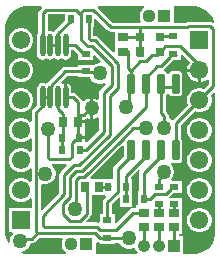
<source format=gtl>
G04*
G04 #@! TF.GenerationSoftware,Altium Limited,Altium Designer,22.2.1 (43)*
G04*
G04 Layer_Physical_Order=1*
G04 Layer_Color=255*
%FSLAX44Y44*%
%MOMM*%
G71*
G04*
G04 #@! TF.SameCoordinates,1728C203-2672-44AB-99B5-9D0C7A82A750*
G04*
G04*
G04 #@! TF.FilePolarity,Positive*
G04*
G01*
G75*
%ADD15R,0.5000X0.8000*%
%ADD16R,0.9000X0.7500*%
%ADD17R,0.8000X0.5000*%
%ADD18O,0.4500X1.9000*%
G04:AMPARAMS|DCode=19|XSize=0.65mm|YSize=1.65mm|CornerRadius=0.0488mm|HoleSize=0mm|Usage=FLASHONLY|Rotation=0.000|XOffset=0mm|YOffset=0mm|HoleType=Round|Shape=RoundedRectangle|*
%AMROUNDEDRECTD19*
21,1,0.6500,1.5525,0,0,0.0*
21,1,0.5525,1.6500,0,0,0.0*
1,1,0.0975,0.2763,-0.7763*
1,1,0.0975,-0.2763,-0.7763*
1,1,0.0975,-0.2763,0.7763*
1,1,0.0975,0.2763,0.7763*
%
%ADD19ROUNDEDRECTD19*%
%ADD20R,0.7500X0.9000*%
%ADD21R,0.7000X0.8000*%
%ADD22C,0.6300*%
%ADD27R,1.1200X1.1200*%
%ADD28C,1.1200*%
%ADD32C,0.2540*%
%ADD33C,1.5500*%
%ADD34R,1.5500X1.5500*%
%ADD35C,1.0500*%
%ADD36R,1.0500X1.0500*%
%ADD37C,1.2700*%
G36*
X117738Y208280D02*
X116922Y207809D01*
X115406Y206293D01*
X114335Y204437D01*
X113780Y202367D01*
Y200223D01*
X114335Y198153D01*
X114978Y197040D01*
X114244Y195770D01*
X90852D01*
X78342Y208280D01*
X78868Y209550D01*
X117398D01*
X117738Y208280D01*
D02*
G37*
G36*
X164307Y208818D02*
X167774Y207382D01*
X170894Y205297D01*
X173547Y202644D01*
X175632Y199524D01*
X176848Y196586D01*
X175823Y195745D01*
X175255Y196124D01*
X173768Y196420D01*
X155112D01*
X153625Y196124D01*
X153095Y195770D01*
X142760D01*
Y209435D01*
X143982Y209550D01*
X160626D01*
X164307Y208818D01*
D02*
G37*
G36*
X50445Y197709D02*
X42228Y189492D01*
X41682Y188675D01*
X40174Y188155D01*
X39969Y188292D01*
X38100Y188664D01*
X37130Y188471D01*
X35860Y189455D01*
Y202451D01*
X36089Y202680D01*
X50445D01*
Y197709D01*
D02*
G37*
G36*
X86496Y189138D02*
X87757Y188296D01*
X89243Y188000D01*
X92655D01*
Y176875D01*
Y170940D01*
X91482Y170454D01*
X78374Y183562D01*
X77114Y184404D01*
X75627Y184700D01*
X74370D01*
Y192215D01*
X75525D01*
Y198450D01*
X76698Y198936D01*
X86496Y189138D01*
D02*
G37*
G36*
X117800Y167015D02*
X112100D01*
X110800Y168315D01*
Y175015D01*
X117800D01*
Y167015D01*
D02*
G37*
G36*
X30701Y208280D02*
X29228Y206807D01*
X28386Y205547D01*
X28090Y204060D01*
Y187149D01*
X27088Y185649D01*
X26716Y183780D01*
Y169280D01*
X27088Y167411D01*
X28147Y165827D01*
X29731Y164768D01*
X31600Y164396D01*
X33469Y164768D01*
X34850Y165691D01*
X36231Y164768D01*
X38100Y164396D01*
X39969Y164768D01*
X41350Y165691D01*
X42731Y164768D01*
X44600Y164396D01*
X46469Y164768D01*
X47850Y165691D01*
X49231Y164768D01*
X51100Y164396D01*
X52969Y164768D01*
X54553Y165827D01*
X55612Y167411D01*
X55984Y169280D01*
Y172645D01*
X57731D01*
X61405Y168971D01*
Y164385D01*
X74485D01*
Y167620D01*
X75658Y168106D01*
X80926Y162838D01*
X80400Y161568D01*
X78955D01*
X76694Y160963D01*
X74667Y159792D01*
X74340Y159465D01*
X61405D01*
Y158310D01*
X50675D01*
X49188Y158014D01*
X47928Y157172D01*
X35728Y144972D01*
X35422Y144514D01*
X33766Y144094D01*
X33469Y144292D01*
X31600Y144664D01*
X29731Y144292D01*
X28147Y143233D01*
X27088Y141649D01*
X26716Y139780D01*
Y125890D01*
X23568Y122742D01*
X22726Y121482D01*
X22430Y119995D01*
Y112028D01*
X21160Y111502D01*
X19653Y113009D01*
X17307Y114364D01*
X14690Y115065D01*
X11980D01*
X9363Y114364D01*
X7017Y113009D01*
X5101Y111093D01*
X3746Y108747D01*
X3045Y106130D01*
Y103420D01*
X3746Y100803D01*
X5101Y98457D01*
X7017Y96541D01*
X9363Y95186D01*
X11980Y94485D01*
X14690D01*
X17307Y95186D01*
X19653Y96541D01*
X21160Y98048D01*
X22430Y97522D01*
Y86628D01*
X21160Y86102D01*
X19653Y87609D01*
X17307Y88964D01*
X14690Y89665D01*
X11980D01*
X9363Y88964D01*
X7017Y87609D01*
X5101Y85693D01*
X3746Y83347D01*
X3045Y80730D01*
Y78020D01*
X3746Y75403D01*
X5101Y73057D01*
X7017Y71141D01*
X9363Y69786D01*
X11980Y69085D01*
X14690D01*
X17307Y69786D01*
X19653Y71141D01*
X21160Y72648D01*
X22430Y72122D01*
Y61228D01*
X21160Y60702D01*
X19653Y62209D01*
X17307Y63564D01*
X14690Y64265D01*
X11980D01*
X9363Y63564D01*
X7017Y62209D01*
X5101Y60293D01*
X3746Y57947D01*
X3045Y55330D01*
Y52620D01*
X3746Y50003D01*
X5101Y47657D01*
X7017Y45741D01*
X9363Y44386D01*
X11980Y43685D01*
X14690D01*
X17307Y44386D01*
X19653Y45741D01*
X21160Y47248D01*
X22430Y46722D01*
Y38865D01*
X3045D01*
Y18285D01*
X5822D01*
X6348Y17015D01*
X5586Y16254D01*
X4416Y14226D01*
X3810Y11965D01*
Y9625D01*
X2648Y9055D01*
X2072Y9751D01*
X708Y13044D01*
X0Y16601D01*
Y18415D01*
Y191135D01*
Y192949D01*
X708Y196506D01*
X2096Y199858D01*
X4111Y202874D01*
X6676Y205439D01*
X9692Y207454D01*
X13044Y208842D01*
X16601Y209550D01*
X30175D01*
X30701Y208280D01*
D02*
G37*
G36*
X156334Y162022D02*
X156206Y161893D01*
X154851Y159547D01*
X154150Y156930D01*
Y156845D01*
X164440D01*
Y155575D01*
X165710D01*
Y145285D01*
X165795D01*
X168412Y145986D01*
X170758Y147341D01*
X170942Y147525D01*
X172115Y147039D01*
Y143344D01*
X168490Y139719D01*
X168412Y139764D01*
X165795Y140465D01*
X163085D01*
X160468Y139764D01*
X158122Y138409D01*
X156206Y136493D01*
X154851Y134147D01*
X154150Y131530D01*
Y128820D01*
X154851Y126203D01*
X154896Y126125D01*
X142033Y113262D01*
X140548Y113325D01*
X140079Y113794D01*
X138428Y114747D01*
Y116840D01*
X138132Y118327D01*
X137290Y119587D01*
X135965Y120912D01*
Y133916D01*
X136390Y134200D01*
X137059Y135201D01*
X137148Y135645D01*
X138442D01*
X138531Y135201D01*
X139200Y134200D01*
X140201Y133531D01*
X141383Y133296D01*
X146908D01*
X148089Y133531D01*
X149090Y134200D01*
X149759Y135201D01*
X149994Y136383D01*
Y151908D01*
X149759Y153089D01*
X149090Y154090D01*
X148089Y154759D01*
X146908Y154994D01*
X141383D01*
X140201Y154759D01*
X139200Y154090D01*
X138531Y153089D01*
X138442Y152645D01*
X137148D01*
X137059Y153089D01*
X136390Y154090D01*
X135389Y154759D01*
X134732Y154890D01*
X134436Y155705D01*
X134395Y156228D01*
X142027Y163860D01*
X142298Y164265D01*
X148550D01*
Y168147D01*
X149723Y168633D01*
X156334Y162022D01*
D02*
G37*
G36*
X61405Y149385D02*
X71804D01*
X71842Y149247D01*
X73012Y147220D01*
X74667Y145565D01*
X76694Y144394D01*
X78955Y143788D01*
X81296D01*
X83557Y144394D01*
X84131Y144726D01*
X85534Y144069D01*
X85602Y143675D01*
X80438Y138511D01*
X79596Y137251D01*
X79300Y135764D01*
Y131167D01*
X78030Y130565D01*
X76456Y131474D01*
X74295Y132053D01*
Y123190D01*
Y114327D01*
X76456Y114906D01*
X78030Y115815D01*
X79300Y115213D01*
Y104479D01*
X69078Y94257D01*
X67905Y94743D01*
Y94805D01*
X67785D01*
Y97155D01*
X62745D01*
Y99695D01*
X67785D01*
Y104965D01*
X67535D01*
Y110490D01*
X61245D01*
Y113030D01*
X67535D01*
Y113860D01*
X67944Y113941D01*
X69204Y114783D01*
X69424Y115004D01*
X69594Y114906D01*
X71755Y114327D01*
Y123190D01*
Y132053D01*
X69594Y131474D01*
X67566Y130304D01*
X66568Y129306D01*
X65190Y129724D01*
X65184Y129757D01*
X64342Y131017D01*
X60082Y135277D01*
X58822Y136119D01*
X57335Y136415D01*
X55984D01*
Y139780D01*
X55612Y141649D01*
X54553Y143233D01*
X52969Y144292D01*
X52370Y144411D01*
Y132530D01*
X49830D01*
Y144411D01*
X49231Y144292D01*
X48530Y143823D01*
X47575Y144286D01*
X47375Y145631D01*
X52284Y150540D01*
X61405D01*
Y149385D01*
D02*
G37*
G36*
X177800Y136382D02*
Y17780D01*
Y16029D01*
X177117Y12594D01*
X175776Y9358D01*
X173831Y6446D01*
X171354Y3969D01*
X168442Y2024D01*
X165206Y683D01*
X161771Y0D01*
X150665D01*
Y14775D01*
X146760D01*
Y16570D01*
X149915D01*
Y28570D01*
Y41150D01*
X149415D01*
Y46950D01*
X139386D01*
X138867Y48220D01*
X142517Y51870D01*
X149415D01*
Y61950D01*
X141088D01*
X140562Y63220D01*
X141099Y63756D01*
X142269Y65784D01*
X142875Y68045D01*
Y70385D01*
X142269Y72646D01*
X141099Y74674D01*
X139996Y75777D01*
X140621Y76947D01*
X141383Y76796D01*
X146908D01*
X148089Y77031D01*
X149090Y77700D01*
X149759Y78701D01*
X149994Y79882D01*
Y95407D01*
X149759Y96589D01*
X149090Y97590D01*
X148665Y97875D01*
Y108906D01*
X160390Y120631D01*
X160468Y120586D01*
X163085Y119885D01*
X165795D01*
X168412Y120586D01*
X170758Y121941D01*
X172674Y123857D01*
X174029Y126203D01*
X174730Y128820D01*
Y131530D01*
X174029Y134147D01*
X173984Y134225D01*
X176627Y136868D01*
X177800Y136382D01*
D02*
G37*
G36*
X100196Y91175D02*
Y82289D01*
X92466Y74559D01*
X91624Y73299D01*
X91328Y71813D01*
Y63055D01*
X85665D01*
Y63555D01*
X72576D01*
X72090Y64728D01*
X99022Y91661D01*
X100196Y91175D01*
D02*
G37*
G36*
X52274Y74914D02*
X46908Y69548D01*
X46066Y68288D01*
X45770Y66802D01*
Y51899D01*
X31373Y37502D01*
X30200Y37988D01*
Y58352D01*
X31470Y59327D01*
X32485Y59055D01*
X34825D01*
X37086Y59661D01*
X39114Y60831D01*
X40769Y62486D01*
X41939Y64514D01*
X42545Y66775D01*
Y69115D01*
X41939Y71376D01*
X40769Y73404D01*
X39355Y74818D01*
X39623Y75820D01*
X39803Y76088D01*
X51788D01*
X52274Y74914D01*
D02*
G37*
G36*
X114320Y70930D02*
X113646Y69922D01*
X113350Y68435D01*
Y52895D01*
X112195D01*
Y41150D01*
X110435D01*
Y38745D01*
X108188D01*
X107303Y39424D01*
X107275Y39858D01*
Y49975D01*
Y63055D01*
X106120D01*
Y64526D01*
X113334Y71740D01*
X114320Y70930D01*
D02*
G37*
G36*
X85319Y48205D02*
X83613Y46499D01*
X82771Y45238D01*
X82475Y43752D01*
Y33615D01*
X79820D01*
Y27430D01*
X78550Y26493D01*
X77862Y26630D01*
X69069D01*
X68583Y27803D01*
X71962Y31182D01*
X72804Y32442D01*
X73100Y33929D01*
Y49475D01*
X84793D01*
X85319Y48205D01*
D02*
G37*
G36*
X97195Y47434D02*
Y39815D01*
X107059D01*
X107185Y38545D01*
X106701Y38449D01*
X105441Y37607D01*
X94073Y26239D01*
X92900Y26725D01*
Y33615D01*
X90245D01*
Y42143D01*
X96022Y47920D01*
X97195Y47434D01*
D02*
G37*
G36*
X78575Y9772D02*
X79820Y9525D01*
Y8535D01*
X92900D01*
Y9547D01*
X96713D01*
X97704Y7830D01*
X99359Y6175D01*
X101387Y5005D01*
X103648Y4399D01*
X105988D01*
X108249Y5005D01*
X108811Y5329D01*
X109984Y4843D01*
X110216Y3978D01*
X111242Y2202D01*
X112173Y1270D01*
X111647Y0D01*
X77942D01*
X76720Y115D01*
Y9485D01*
X77990Y10163D01*
X78575Y9772D01*
D02*
G37*
G36*
X48938Y12510D02*
X48295Y11397D01*
X47740Y9327D01*
Y7183D01*
X48295Y5113D01*
X49366Y3257D01*
X50882Y1741D01*
X51698Y1270D01*
X51358Y0D01*
X16601D01*
X13409Y635D01*
X13534Y1905D01*
X13870D01*
X16131Y2511D01*
X18159Y3681D01*
X19814Y5336D01*
X20984Y7364D01*
X21384Y8854D01*
X22264D01*
X23751Y9150D01*
X25011Y9992D01*
X28799Y13780D01*
X48204D01*
X48938Y12510D01*
D02*
G37*
%LPC*%
G36*
X14690Y191265D02*
X11980D01*
X9363Y190564D01*
X7017Y189209D01*
X5101Y187293D01*
X3746Y184947D01*
X3045Y182330D01*
Y179620D01*
X3746Y177003D01*
X5101Y174657D01*
X7017Y172741D01*
X9363Y171386D01*
X11980Y170685D01*
X14690D01*
X17307Y171386D01*
X19653Y172741D01*
X21569Y174657D01*
X22924Y177003D01*
X23625Y179620D01*
Y182330D01*
X22924Y184947D01*
X21569Y187293D01*
X19653Y189209D01*
X17307Y190564D01*
X14690Y191265D01*
D02*
G37*
G36*
Y165865D02*
X11980D01*
X9363Y165164D01*
X7017Y163809D01*
X5101Y161893D01*
X3746Y159547D01*
X3045Y156930D01*
Y154220D01*
X3746Y151603D01*
X5101Y149257D01*
X7017Y147341D01*
X9363Y145986D01*
X11980Y145285D01*
X14690D01*
X17307Y145986D01*
X19653Y147341D01*
X21569Y149257D01*
X22924Y151603D01*
X23625Y154220D01*
Y156930D01*
X22924Y159547D01*
X21569Y161893D01*
X19653Y163809D01*
X17307Y165164D01*
X14690Y165865D01*
D02*
G37*
G36*
Y140465D02*
X11980D01*
X9363Y139764D01*
X7017Y138409D01*
X5101Y136493D01*
X3746Y134147D01*
X3045Y131530D01*
Y128820D01*
X3746Y126203D01*
X5101Y123857D01*
X7017Y121941D01*
X9363Y120586D01*
X11980Y119885D01*
X14690D01*
X17307Y120586D01*
X19653Y121941D01*
X21569Y123857D01*
X22924Y126203D01*
X23625Y128820D01*
Y131530D01*
X22924Y134147D01*
X21569Y136493D01*
X19653Y138409D01*
X17307Y139764D01*
X14690Y140465D01*
D02*
G37*
G36*
X163170Y154305D02*
X154150D01*
Y154220D01*
X154851Y151603D01*
X156206Y149257D01*
X158122Y147341D01*
X160468Y145986D01*
X163085Y145285D01*
X163170D01*
Y154305D01*
D02*
G37*
G36*
X165795Y115065D02*
X163085D01*
X160468Y114364D01*
X158122Y113009D01*
X156206Y111093D01*
X154851Y108747D01*
X154150Y106130D01*
Y103420D01*
X154851Y100803D01*
X156206Y98457D01*
X158122Y96541D01*
X160468Y95186D01*
X163085Y94485D01*
X165795D01*
X168412Y95186D01*
X170758Y96541D01*
X172674Y98457D01*
X174029Y100803D01*
X174730Y103420D01*
Y106130D01*
X174029Y108747D01*
X172674Y111093D01*
X170758Y113009D01*
X168412Y114364D01*
X165795Y115065D01*
D02*
G37*
G36*
Y89665D02*
X163085D01*
X160468Y88964D01*
X158122Y87609D01*
X156206Y85693D01*
X154851Y83347D01*
X154150Y80730D01*
Y78020D01*
X154851Y75403D01*
X156206Y73057D01*
X158122Y71141D01*
X160468Y69786D01*
X163085Y69085D01*
X165795D01*
X168412Y69786D01*
X170758Y71141D01*
X172674Y73057D01*
X174029Y75403D01*
X174730Y78020D01*
Y80730D01*
X174029Y83347D01*
X172674Y85693D01*
X170758Y87609D01*
X168412Y88964D01*
X165795Y89665D01*
D02*
G37*
G36*
Y64265D02*
X163085D01*
X160468Y63564D01*
X158122Y62209D01*
X156206Y60293D01*
X154851Y57947D01*
X154150Y55330D01*
Y52620D01*
X154851Y50003D01*
X156206Y47657D01*
X158122Y45741D01*
X160468Y44386D01*
X163085Y43685D01*
X165795D01*
X168412Y44386D01*
X170758Y45741D01*
X172674Y47657D01*
X174029Y50003D01*
X174730Y52620D01*
Y55330D01*
X174029Y57947D01*
X172674Y60293D01*
X170758Y62209D01*
X168412Y63564D01*
X165795Y64265D01*
D02*
G37*
G36*
Y38865D02*
X163085D01*
X160468Y38164D01*
X158122Y36809D01*
X156206Y34893D01*
X154851Y32547D01*
X154150Y29930D01*
Y27220D01*
X154851Y24603D01*
X156206Y22257D01*
X158122Y20341D01*
X160468Y18986D01*
X163085Y18285D01*
X165795D01*
X168412Y18986D01*
X170758Y20341D01*
X172674Y22257D01*
X174029Y24603D01*
X174730Y27220D01*
Y29930D01*
X174029Y32547D01*
X172674Y34893D01*
X170758Y36809D01*
X168412Y38164D01*
X165795Y38865D01*
D02*
G37*
%LPD*%
D15*
X47865Y88265D02*
D03*
X62865D02*
D03*
X47745Y98425D02*
D03*
X62745D02*
D03*
X102235Y46355D02*
D03*
X117235D02*
D03*
X87235Y56515D02*
D03*
X102235D02*
D03*
X55485Y198755D02*
D03*
X70485D02*
D03*
D16*
X99695Y183165D02*
D03*
Y171165D02*
D03*
X142875Y34860D02*
D03*
Y22860D02*
D03*
X130175Y34860D02*
D03*
Y22860D02*
D03*
X117475D02*
D03*
Y34860D02*
D03*
D17*
X67945Y169425D02*
D03*
Y154425D02*
D03*
X86360Y13575D02*
D03*
Y28575D02*
D03*
X130175Y56910D02*
D03*
Y41910D02*
D03*
X142010Y184305D02*
D03*
Y169305D02*
D03*
X142875Y56910D02*
D03*
Y41910D02*
D03*
D18*
X51100Y176530D02*
D03*
X44600D02*
D03*
X38100D02*
D03*
X31600D02*
D03*
X51100Y132530D02*
D03*
X44600D02*
D03*
X38100D02*
D03*
X31600D02*
D03*
D19*
X144145Y144145D02*
D03*
X131445D02*
D03*
X118745D02*
D03*
X106045D02*
D03*
X144145Y87645D02*
D03*
X131445D02*
D03*
X118745D02*
D03*
X106045D02*
D03*
D20*
X79375Y56515D02*
D03*
X67375D02*
D03*
X61245Y111760D02*
D03*
X49245D02*
D03*
D21*
X114300Y183515D02*
D03*
X130800D02*
D03*
Y171015D02*
D03*
D22*
X114300D02*
D03*
D27*
X68580Y8255D02*
D03*
X134620Y201295D02*
D03*
D28*
X55880Y8255D02*
D03*
X121920Y201295D02*
D03*
D32*
X142186Y185011D02*
G03*
X142010Y184305I2351J-961D01*
G01*
X130175Y6985D02*
Y22860D01*
X117235Y46355D02*
X122732D01*
X117235Y68435D02*
X131445Y82645D01*
X135753Y50600D02*
X140145Y54992D01*
X130175Y56910D02*
Y63500D01*
X122732Y46355D02*
X126977Y50600D01*
X130175Y56910D02*
X131675D01*
X126977Y50600D02*
X135753D01*
X130175Y63500D02*
X132080Y65405D01*
X141375Y56910D02*
X142875D01*
X140145Y54992D02*
Y55680D01*
X141375Y56910D01*
X67945Y154425D02*
X68818Y153552D01*
X79252D01*
X80126Y152678D01*
X73523Y175735D02*
X90286Y158973D01*
Y142865D02*
Y158973D01*
X64175Y181429D02*
Y201953D01*
Y181429D02*
X69869Y175735D01*
X75627Y180815D02*
X95366Y161077D01*
X71973Y180815D02*
X75627D01*
X69869Y175735D02*
X73523D01*
X70485Y182303D02*
X71973Y180815D01*
X95366Y140761D02*
Y161077D01*
X70485Y182303D02*
Y198755D01*
X48730Y112275D02*
Y118455D01*
Y112275D02*
X49245Y111760D01*
X48495Y111010D02*
X49245Y111760D01*
X47745Y98425D02*
X48495Y99175D01*
Y111010D01*
X47805Y88325D02*
X47865Y88265D01*
X47805Y88325D02*
Y98365D01*
X47745Y98425D02*
X47805Y98365D01*
X54005Y79973D02*
X56396Y82364D01*
X61515Y96075D02*
X62745Y97305D01*
X58787Y96075D02*
X61515D01*
X56396Y82364D02*
Y93684D01*
X62745Y97305D02*
Y98425D01*
X56396Y93684D02*
X58787Y96075D01*
X61245Y101425D02*
X62745Y99925D01*
X61245Y101425D02*
Y111760D01*
X62745Y98425D02*
Y99925D01*
X62230Y112745D02*
Y116035D01*
X61245Y111760D02*
X62230Y112745D01*
X62865Y88265D02*
X68580D01*
X62484Y74985D02*
X88265Y100766D01*
X57839Y74985D02*
X62484D01*
X49655Y66802D02*
X57839Y74985D01*
X64588Y69905D02*
X93345Y98662D01*
X59943Y69905D02*
X64588D01*
X54735Y64697D02*
X59943Y69905D01*
X59815Y62593D02*
X62047Y64825D01*
X66693D01*
X59815Y38897D02*
Y62593D01*
X66693Y64825D02*
X98425Y96557D01*
X36475Y81460D02*
Y105535D01*
X37963Y79973D02*
X54005D01*
X36475Y81460D02*
X37963Y79973D01*
X54735Y48186D02*
Y64697D01*
X49655Y50290D02*
Y66802D01*
X130800Y171015D02*
Y171515D01*
Y170515D02*
Y171015D01*
X62230Y116035D02*
Y116205D01*
Y116035D02*
X63725Y117530D01*
X98425Y96628D02*
X108477Y106680D01*
X93345Y98662D02*
Y98732D01*
X98425Y96557D02*
Y96628D01*
X68580Y88265D02*
X83185Y102870D01*
Y135764D01*
X93345Y98732D02*
X118745Y124132D01*
X108477Y106680D02*
X119380D01*
X88265Y100766D02*
Y133660D01*
X83185Y135764D02*
X90286Y142865D01*
X48895Y33929D02*
Y42346D01*
X88265Y133660D02*
X95366Y140761D01*
X31670Y32305D02*
X49655Y50290D01*
X59055Y38137D02*
X59815Y38897D01*
X31670Y24233D02*
Y32305D01*
X48895Y42346D02*
X54735Y48186D01*
X95212Y52604D02*
Y71813D01*
X106045Y82645D02*
Y87645D01*
X95212Y71813D02*
X106045Y82645D01*
X33158Y22745D02*
X77862D01*
X31670Y24233D02*
X33158Y22745D01*
X48895Y33929D02*
X54847Y27977D01*
X102235Y46355D02*
Y56515D01*
Y66135D02*
X118745Y82645D01*
X102235Y56515D02*
Y66135D01*
X54847Y27977D02*
X63263D01*
X69215Y33929D01*
Y52705D01*
X118745Y124132D02*
Y143510D01*
X66457Y117530D02*
X72117Y123190D01*
X73025D01*
X63725Y117530D02*
X66457D01*
X61595Y116840D02*
Y128270D01*
X130175Y34860D02*
Y41910D01*
X142875Y34860D02*
Y41910D01*
X104675Y13432D02*
X104818Y13289D01*
X88145Y13432D02*
X104675D01*
X88074Y13361D02*
X88145Y13432D01*
X80062Y13361D02*
X88074D01*
X26315Y18540D02*
Y68580D01*
X12700Y10795D02*
X14644Y12739D01*
X22264D01*
X27190Y17665D01*
X57335Y132530D02*
X61595Y128270D01*
X51100Y132530D02*
X57335D01*
X44975Y122210D02*
X48730Y118455D01*
X44600Y132530D02*
X44975Y132155D01*
Y122210D02*
Y132155D01*
X38475Y132905D02*
Y142225D01*
X50675Y154425D01*
X67945D01*
X38100Y132530D02*
X38475Y132905D01*
X31600Y132530D02*
X38100D01*
X31600Y125280D02*
Y132530D01*
X26315Y119995D02*
X31600Y125280D01*
X59340Y176530D02*
X66445Y169425D01*
X51100Y176530D02*
X59340D01*
X66445Y169425D02*
X67945D01*
X44975Y176905D02*
Y186745D01*
X55485Y197255D02*
Y198755D01*
X44600Y176530D02*
X44975Y176905D01*
Y186745D02*
X55485Y197255D01*
X38100Y176530D02*
X44600D01*
X31975Y176905D02*
Y204060D01*
X34480Y206565D02*
X59563D01*
X31975Y204060D02*
X34480Y206565D01*
X31600Y176530D02*
X31975Y176905D01*
X59563Y206565D02*
X64175Y201953D01*
X26315Y68580D02*
Y119995D01*
X132080Y119303D02*
X134543Y116840D01*
Y106757D02*
Y116840D01*
Y106757D02*
X134620Y106680D01*
X132080Y119303D02*
Y140955D01*
X144780D01*
Y110515D02*
X164440Y130175D01*
X144780Y88968D02*
Y110515D01*
X131445Y82645D02*
Y87645D01*
X117235Y46355D02*
Y68435D01*
X118745Y82645D02*
Y87645D01*
X140510Y169305D02*
X142010D01*
X139280Y168075D02*
X140510Y169305D01*
X139280Y166607D02*
Y168075D01*
X131539Y158866D02*
X139280Y166607D01*
X128466Y158866D02*
X131539D01*
X118745Y149145D02*
X128466Y158866D01*
X118745Y144145D02*
Y149145D01*
X104700Y129767D02*
Y138975D01*
X106680Y140955D01*
X117475Y7620D02*
Y22860D01*
X93648Y20320D02*
X108188Y34860D01*
X117475D01*
X79375Y56515D02*
X87235D01*
X164440Y130175D02*
X176000Y141735D01*
X162946Y154081D02*
X164440Y155575D01*
X80287Y20320D02*
X93648D01*
X75758Y17665D02*
X80062Y13361D01*
X86360Y28575D02*
Y43752D01*
X95212Y52604D01*
X87235Y56515D02*
X88465Y57745D01*
X83820Y28575D02*
X84860D01*
X27190Y17665D02*
X75758D01*
X26315Y18540D02*
X27190Y17665D01*
X77862Y22745D02*
X80287Y20320D01*
X33020Y68580D02*
X33655Y67945D01*
X26315Y68580D02*
X33020D01*
X114300Y191885D02*
X154462D01*
X89243D02*
X114300D01*
Y183515D02*
Y191885D01*
X142875Y7620D02*
Y22860D01*
X142010Y184305D02*
X142010D01*
X131590D02*
X142010D01*
X130800Y183515D02*
X131590Y184305D01*
X74563Y206565D02*
X89243Y191885D01*
X154462D02*
X155112Y192535D01*
X147955Y175895D02*
X161960Y161890D01*
Y158055D02*
X164440Y155575D01*
X135610Y175895D02*
X147955D01*
X161960Y158055D02*
Y161890D01*
X133460Y173745D02*
X135610Y175895D01*
X133030Y173745D02*
X133460D01*
X130800Y171515D02*
X133030Y173745D01*
X155112Y192535D02*
X173768D01*
X176000Y190303D01*
X128570Y168285D02*
X130800Y170515D01*
X114390Y163205D02*
X119378D01*
X124458Y168285D02*
X128570D01*
X106045Y154860D02*
X114390Y163205D01*
X106045Y149860D02*
Y154860D01*
X119378Y163205D02*
X124458Y168285D01*
X143050Y168430D02*
X144550D01*
X103505Y157400D02*
Y171515D01*
Y157400D02*
X106045Y154860D01*
X114300Y171015D02*
Y183515D01*
X103505D02*
X114300D01*
X176000Y141735D02*
Y190303D01*
X66407Y206565D02*
X74563D01*
X64175Y204333D02*
X66407Y206565D01*
X64175Y201953D02*
Y204333D01*
X61595Y116840D02*
X62230Y116205D01*
D33*
X13335Y180975D02*
D03*
Y155575D02*
D03*
Y130175D02*
D03*
Y104775D02*
D03*
Y79375D02*
D03*
Y53975D02*
D03*
X164440Y155575D02*
D03*
Y130175D02*
D03*
Y104775D02*
D03*
Y79375D02*
D03*
Y53975D02*
D03*
Y28575D02*
D03*
D34*
X13335Y28575D02*
D03*
X164440Y180975D02*
D03*
D35*
X117475Y6985D02*
D03*
X130175D02*
D03*
D36*
X142875D02*
D03*
D37*
X133985Y69215D02*
D03*
X80126Y152678D02*
D03*
X59055Y38137D02*
D03*
X104818Y13289D02*
D03*
X12700Y10795D02*
D03*
X134620Y106680D02*
D03*
X119380D02*
D03*
X102014Y124331D02*
D03*
X73025Y123190D02*
D03*
X33655Y67945D02*
D03*
X36475Y105535D02*
D03*
M02*

</source>
